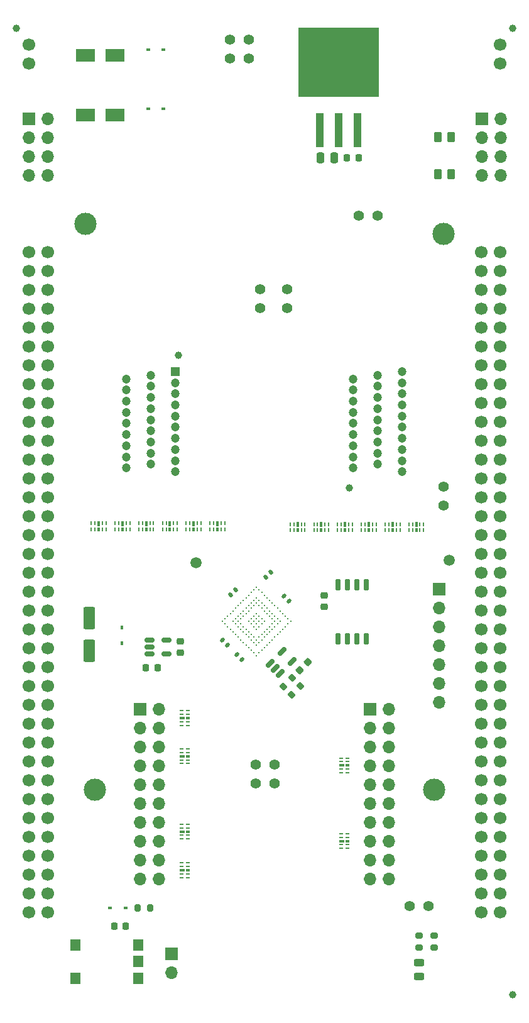
<source format=gbr>
%TF.GenerationSoftware,KiCad,Pcbnew,(6.0.8-1)-1*%
%TF.CreationDate,2022-10-19T15:00:50-05:00*%
%TF.ProjectId,NR1B-SQT56,4e523142-2d53-4515-9435-362e6b696361,rev?*%
%TF.SameCoordinates,Original*%
%TF.FileFunction,Soldermask,Top*%
%TF.FilePolarity,Negative*%
%FSLAX46Y46*%
G04 Gerber Fmt 4.6, Leading zero omitted, Abs format (unit mm)*
G04 Created by KiCad (PCBNEW (6.0.8-1)-1) date 2022-10-19 15:00:50*
%MOMM*%
%LPD*%
G01*
G04 APERTURE LIST*
G04 Aperture macros list*
%AMRoundRect*
0 Rectangle with rounded corners*
0 $1 Rounding radius*
0 $2 $3 $4 $5 $6 $7 $8 $9 X,Y pos of 4 corners*
0 Add a 4 corners polygon primitive as box body*
4,1,4,$2,$3,$4,$5,$6,$7,$8,$9,$2,$3,0*
0 Add four circle primitives for the rounded corners*
1,1,$1+$1,$2,$3*
1,1,$1+$1,$4,$5*
1,1,$1+$1,$6,$7*
1,1,$1+$1,$8,$9*
0 Add four rect primitives between the rounded corners*
20,1,$1+$1,$2,$3,$4,$5,0*
20,1,$1+$1,$4,$5,$6,$7,0*
20,1,$1+$1,$6,$7,$8,$9,0*
20,1,$1+$1,$8,$9,$2,$3,0*%
G04 Aperture macros list end*
%ADD10C,1.400000*%
%ADD11R,0.250000X0.625000*%
%ADD12R,0.450000X0.700000*%
%ADD13R,0.450000X0.575000*%
%ADD14R,0.625000X0.250000*%
%ADD15R,0.700000X0.450000*%
%ADD16R,0.575000X0.450000*%
%ADD17R,1.700000X1.700000*%
%ADD18O,1.700000X1.700000*%
%ADD19RoundRect,0.225000X-0.250000X0.225000X-0.250000X-0.225000X0.250000X-0.225000X0.250000X0.225000X0*%
%ADD20RoundRect,0.225000X-0.225000X-0.250000X0.225000X-0.250000X0.225000X0.250000X-0.225000X0.250000X0*%
%ADD21C,1.000000*%
%ADD22RoundRect,0.140000X-0.219203X-0.021213X-0.021213X-0.219203X0.219203X0.021213X0.021213X0.219203X0*%
%ADD23RoundRect,0.200000X-0.053033X0.335876X-0.335876X0.053033X0.053033X-0.335876X0.335876X-0.053033X0*%
%ADD24RoundRect,0.200000X-0.200000X-0.275000X0.200000X-0.275000X0.200000X0.275000X-0.200000X0.275000X0*%
%ADD25RoundRect,0.243750X0.456250X-0.243750X0.456250X0.243750X-0.456250X0.243750X-0.456250X-0.243750X0*%
%ADD26RoundRect,0.250000X0.262500X0.450000X-0.262500X0.450000X-0.262500X-0.450000X0.262500X-0.450000X0*%
%ADD27RoundRect,0.150000X-0.256326X-0.468458X0.468458X0.256326X0.256326X0.468458X-0.468458X-0.256326X0*%
%ADD28RoundRect,0.225000X-0.017678X0.335876X-0.335876X0.017678X0.017678X-0.335876X0.335876X-0.017678X0*%
%ADD29R,1.200000X1.200000*%
%ADD30C,1.200000*%
%ADD31RoundRect,0.225000X0.250000X-0.225000X0.250000X0.225000X-0.250000X0.225000X-0.250000X-0.225000X0*%
%ADD32RoundRect,0.225000X0.225000X0.250000X-0.225000X0.250000X-0.225000X-0.250000X0.225000X-0.250000X0*%
%ADD33RoundRect,0.200000X0.275000X-0.200000X0.275000X0.200000X-0.275000X0.200000X-0.275000X-0.200000X0*%
%ADD34R,2.500000X1.800000*%
%ADD35RoundRect,0.200000X0.053033X-0.335876X0.335876X-0.053033X-0.053033X0.335876X-0.335876X0.053033X0*%
%ADD36RoundRect,0.140000X0.021213X-0.219203X0.219203X-0.021213X-0.021213X0.219203X-0.219203X0.021213X0*%
%ADD37R,1.100000X4.600000*%
%ADD38R,10.800000X9.400000*%
%ADD39R,0.600000X0.450000*%
%ADD40C,1.500000*%
%ADD41C,3.000000*%
%ADD42C,1.700000*%
%ADD43R,1.397000X1.600200*%
%ADD44RoundRect,0.250000X0.550000X-1.250000X0.550000X1.250000X-0.550000X1.250000X-0.550000X-1.250000X0*%
%ADD45RoundRect,0.150000X0.150000X-0.650000X0.150000X0.650000X-0.150000X0.650000X-0.150000X-0.650000X0*%
%ADD46C,0.252500*%
%ADD47R,0.450000X0.600000*%
%ADD48RoundRect,0.250000X-0.250000X-0.475000X0.250000X-0.475000X0.250000X0.475000X-0.250000X0.475000X0*%
%ADD49RoundRect,0.150000X-0.512500X-0.150000X0.512500X-0.150000X0.512500X0.150000X-0.512500X0.150000X0*%
G04 APERTURE END LIST*
D10*
%TO.C,TP5*%
X97140000Y-144460000D03*
X97140000Y-147000000D03*
%TD*%
D11*
%TO.C,D14*%
X107600000Y-112112500D03*
X107100000Y-112112500D03*
D12*
X106600000Y-112150000D03*
D11*
X106100000Y-112112500D03*
X105600000Y-112112500D03*
X105600000Y-112887500D03*
X106100000Y-112887500D03*
D13*
X106600000Y-112912500D03*
D11*
X107100000Y-112887500D03*
X107600000Y-112887500D03*
%TD*%
D10*
%TO.C,TP6*%
X108420000Y-70610000D03*
X110960000Y-70610000D03*
%TD*%
D11*
%TO.C,D9*%
X84000000Y-112012500D03*
X83500000Y-112012500D03*
D12*
X83000000Y-112050000D03*
D11*
X82500000Y-112012500D03*
X82000000Y-112012500D03*
X82000000Y-112787500D03*
X82500000Y-112787500D03*
D13*
X83000000Y-112812500D03*
D11*
X83500000Y-112787500D03*
X84000000Y-112787500D03*
%TD*%
D14*
%TO.C,D23*%
X84612500Y-152500000D03*
X84612500Y-153000000D03*
D15*
X84650000Y-153500000D03*
D14*
X84612500Y-154000000D03*
X84612500Y-154500000D03*
X85387500Y-154500000D03*
X85387500Y-154000000D03*
D16*
X85412500Y-153500000D03*
D14*
X85387500Y-153000000D03*
X85387500Y-152500000D03*
%TD*%
D17*
%TO.C,J1*%
X125000000Y-57510000D03*
D18*
X127540000Y-57510000D03*
X125000000Y-60050000D03*
X127540000Y-60050000D03*
X125000000Y-62590000D03*
X127540000Y-62590000D03*
X125000000Y-65130000D03*
X127540000Y-65130000D03*
%TD*%
D19*
%TO.C,C7*%
X84360000Y-127885000D03*
X84360000Y-129435000D03*
%TD*%
D20*
%TO.C,C6*%
X79785000Y-131460000D03*
X81335000Y-131460000D03*
%TD*%
D21*
%TO.C,FID1*%
X62300000Y-45300000D03*
%TD*%
D11*
%TO.C,D7*%
X77600000Y-112012500D03*
X77100000Y-112012500D03*
D12*
X76600000Y-112050000D03*
D11*
X76100000Y-112012500D03*
X75600000Y-112012500D03*
X75600000Y-112787500D03*
X76100000Y-112787500D03*
D13*
X76600000Y-112812500D03*
D11*
X77100000Y-112787500D03*
X77600000Y-112787500D03*
%TD*%
%TO.C,D13*%
X104400000Y-112112500D03*
X103900000Y-112112500D03*
D12*
X103400000Y-112150000D03*
D11*
X102900000Y-112112500D03*
X102400000Y-112112500D03*
X102400000Y-112887500D03*
X102900000Y-112887500D03*
D13*
X103400000Y-112912500D03*
D11*
X103900000Y-112887500D03*
X104400000Y-112887500D03*
%TD*%
D22*
%TO.C,C18*%
X90054490Y-127705679D03*
X90733312Y-128384501D03*
%TD*%
D14*
%TO.C,D21*%
X84612500Y-137200000D03*
X84612500Y-137700000D03*
D15*
X84650000Y-138200000D03*
D14*
X84612500Y-138700000D03*
X84612500Y-139200000D03*
X85387500Y-139200000D03*
X85387500Y-138700000D03*
D16*
X85412500Y-138200000D03*
D14*
X85387500Y-137700000D03*
X85387500Y-137200000D03*
%TD*%
D23*
%TO.C,R10*%
X99476687Y-132793312D03*
X98309961Y-133960038D03*
%TD*%
D22*
%TO.C,C23*%
X91984891Y-129636081D03*
X92663713Y-130314903D03*
%TD*%
D11*
%TO.C,D10*%
X87200000Y-112012500D03*
X86700000Y-112012500D03*
D12*
X86200000Y-112050000D03*
D11*
X85700000Y-112012500D03*
X85200000Y-112012500D03*
X85200000Y-112787500D03*
X85700000Y-112787500D03*
D13*
X86200000Y-112812500D03*
D11*
X86700000Y-112787500D03*
X87200000Y-112787500D03*
%TD*%
D17*
%TO.C,J2*%
X63960000Y-57510000D03*
D18*
X66500000Y-57510000D03*
X63960000Y-60050000D03*
X66500000Y-60050000D03*
X63960000Y-62590000D03*
X66500000Y-62590000D03*
X63960000Y-65130000D03*
X66500000Y-65130000D03*
%TD*%
D14*
%TO.C,D27*%
X106112500Y-143600000D03*
X106112500Y-144100000D03*
D15*
X106150000Y-144600000D03*
D14*
X106112500Y-145100000D03*
X106112500Y-145600000D03*
X106887500Y-145600000D03*
X106887500Y-145100000D03*
D16*
X106912500Y-144600000D03*
D14*
X106887500Y-144100000D03*
X106887500Y-143600000D03*
%TD*%
D11*
%TO.C,D6*%
X74400000Y-112012500D03*
X73900000Y-112012500D03*
D12*
X73400000Y-112050000D03*
D11*
X72900000Y-112012500D03*
X72400000Y-112012500D03*
X72400000Y-112787500D03*
X72900000Y-112787500D03*
D13*
X73400000Y-112812500D03*
D11*
X73900000Y-112787500D03*
X74400000Y-112787500D03*
%TD*%
D10*
%TO.C,TP9*%
X117850000Y-163550000D03*
X115310000Y-163550000D03*
%TD*%
D24*
%TO.C,R11*%
X78675000Y-163750000D03*
X80325000Y-163750000D03*
%TD*%
D25*
%TO.C,D19*%
X116600000Y-172987500D03*
X116600000Y-171112500D03*
%TD*%
D17*
%TO.C,JP1*%
X83250000Y-169975000D03*
D18*
X83250000Y-172515000D03*
%TD*%
D26*
%TO.C,R4*%
X120912500Y-60000000D03*
X119087500Y-60000000D03*
%TD*%
D27*
%TO.C,Y1*%
X96506485Y-130856194D03*
X97178236Y-131527945D03*
X97849987Y-132199696D03*
X99458655Y-130591028D03*
X98115153Y-129247526D03*
%TD*%
D28*
%TO.C,C15*%
X101598008Y-130671992D03*
X100501992Y-131768008D03*
%TD*%
D21*
%TO.C,U6*%
X84184258Y-89374258D03*
X107184258Y-107224258D03*
D29*
X83694258Y-91549258D03*
D30*
X80394258Y-92049258D03*
X77094258Y-92549258D03*
X83694258Y-93049258D03*
X80394258Y-93549258D03*
X77094258Y-94049258D03*
X83694258Y-94549258D03*
X80394258Y-95049258D03*
X77094258Y-95549258D03*
X83694258Y-96049258D03*
X80394258Y-96549258D03*
X77094258Y-97049258D03*
X83694258Y-97549258D03*
X80394258Y-98049258D03*
X77094258Y-98549258D03*
X83694258Y-99049258D03*
X80394258Y-99549258D03*
X77094258Y-100049258D03*
X83694258Y-100549258D03*
X80394258Y-101049258D03*
X77094258Y-101549258D03*
X83694258Y-102049258D03*
X80394258Y-102549258D03*
X77094258Y-103049258D03*
X83694258Y-103549258D03*
X80394258Y-104049258D03*
X77094258Y-104549258D03*
X83694258Y-105049258D03*
X114274258Y-105049258D03*
X107674258Y-104549258D03*
X110974258Y-104049258D03*
X114274258Y-103549258D03*
X107674258Y-103049258D03*
X110974258Y-102549258D03*
X114274258Y-102049258D03*
X107674258Y-101549258D03*
X110974258Y-101049258D03*
X114274258Y-100549258D03*
X107674258Y-100049258D03*
X110974258Y-99549258D03*
X114274258Y-99049258D03*
X107674258Y-98549258D03*
X110974258Y-98049258D03*
X114274258Y-97549258D03*
X107674258Y-97049258D03*
X110974258Y-96549258D03*
X114274258Y-96049258D03*
X107674258Y-95549258D03*
X110974258Y-95049258D03*
X114274258Y-94549258D03*
X107674258Y-94049258D03*
X110974258Y-93549258D03*
X114274258Y-93049258D03*
X107674258Y-92549258D03*
X110974258Y-92049258D03*
X114274258Y-91549258D03*
%TD*%
D21*
%TO.C,FID3*%
X129200000Y-175500000D03*
%TD*%
D31*
%TO.C,C16*%
X103790000Y-123215000D03*
X103790000Y-121665000D03*
%TD*%
D32*
%TO.C,C5*%
X108425000Y-62800000D03*
X106875000Y-62800000D03*
%TD*%
D14*
%TO.C,D24*%
X84612500Y-157700000D03*
X84612500Y-158200000D03*
D15*
X84650000Y-158700000D03*
D14*
X84612500Y-159200000D03*
X84612500Y-159700000D03*
X85387500Y-159700000D03*
X85387500Y-159200000D03*
D16*
X85412500Y-158700000D03*
D14*
X85387500Y-158200000D03*
X85387500Y-157700000D03*
%TD*%
D32*
%TO.C,C17*%
X77025000Y-166250000D03*
X75475000Y-166250000D03*
%TD*%
D33*
%TO.C,R9*%
X118600000Y-169125000D03*
X118600000Y-167475000D03*
%TD*%
D34*
%TO.C,D2*%
X75600000Y-57000000D03*
X71600000Y-57000000D03*
%TD*%
D35*
%TO.C,R8*%
X99405977Y-135056054D03*
X100572703Y-133889328D03*
%TD*%
D36*
%TO.C,C19*%
X91150505Y-121645774D03*
X91829327Y-120966952D03*
%TD*%
D37*
%TO.C,U3*%
X103210000Y-59025000D03*
X105750000Y-59025000D03*
D38*
X105750000Y-49875000D03*
D37*
X108290000Y-59025000D03*
%TD*%
D14*
%TO.C,D22*%
X84612500Y-142350000D03*
X84612500Y-142850000D03*
D15*
X84650000Y-143350000D03*
D14*
X84612500Y-143850000D03*
X84612500Y-144350000D03*
X85387500Y-144350000D03*
X85387500Y-143850000D03*
D16*
X85412500Y-143350000D03*
D14*
X85387500Y-142850000D03*
X85387500Y-142350000D03*
%TD*%
D33*
%TO.C,R7*%
X116600000Y-169125000D03*
X116600000Y-167475000D03*
%TD*%
D11*
%TO.C,D11*%
X90400000Y-112000000D03*
X89900000Y-112000000D03*
D12*
X89400000Y-112037500D03*
D11*
X88900000Y-112000000D03*
X88400000Y-112000000D03*
X88400000Y-112775000D03*
X88900000Y-112775000D03*
D13*
X89400000Y-112800000D03*
D11*
X89900000Y-112775000D03*
X90400000Y-112775000D03*
%TD*%
D10*
%TO.C,TP8*%
X119900000Y-109580000D03*
X119900000Y-107040000D03*
%TD*%
D14*
%TO.C,D28*%
X106112500Y-153775000D03*
X106112500Y-154275000D03*
D15*
X106150000Y-154775000D03*
D14*
X106112500Y-155275000D03*
X106112500Y-155775000D03*
X106887500Y-155775000D03*
X106887500Y-155275000D03*
D16*
X106912500Y-154775000D03*
D14*
X106887500Y-154275000D03*
X106887500Y-153775000D03*
%TD*%
D17*
%TO.C,J4*%
X79000000Y-137000000D03*
D18*
X81540000Y-137000000D03*
X79000000Y-139540000D03*
X81540000Y-139540000D03*
X79000000Y-142080000D03*
X81540000Y-142080000D03*
X79000000Y-144620000D03*
X81540000Y-144620000D03*
X79000000Y-147160000D03*
X81540000Y-147160000D03*
X79000000Y-149700000D03*
X81540000Y-149700000D03*
X79000000Y-152240000D03*
X81540000Y-152240000D03*
X79000000Y-154780000D03*
X81540000Y-154780000D03*
X79000000Y-157320000D03*
X81540000Y-157320000D03*
X79000000Y-159860000D03*
X81540000Y-159860000D03*
%TD*%
D11*
%TO.C,D12*%
X101200000Y-112112500D03*
X100700000Y-112112500D03*
D12*
X100200000Y-112150000D03*
D11*
X99700000Y-112112500D03*
X99200000Y-112112500D03*
X99200000Y-112887500D03*
X99700000Y-112887500D03*
D13*
X100200000Y-112912500D03*
D11*
X100700000Y-112887500D03*
X101200000Y-112887500D03*
%TD*%
D10*
%TO.C,TP4*%
X91100000Y-49400000D03*
X93640000Y-49400000D03*
%TD*%
D17*
%TO.C,J3*%
X119300000Y-120900000D03*
D18*
X119300000Y-123440000D03*
X119300000Y-125980000D03*
X119300000Y-128520000D03*
X119300000Y-131060000D03*
X119300000Y-133600000D03*
X119300000Y-136140000D03*
%TD*%
D10*
%TO.C,TP7*%
X94600000Y-147000000D03*
X94600000Y-144460000D03*
%TD*%
D39*
%TO.C,D20*%
X74950000Y-163750000D03*
X77050000Y-163750000D03*
%TD*%
D40*
%TO.C,TP10*%
X120600000Y-117000000D03*
%TD*%
D10*
%TO.C,TP2*%
X98775000Y-83000000D03*
X98775000Y-80460000D03*
%TD*%
D11*
%TO.C,D8*%
X80800000Y-112012500D03*
X80300000Y-112012500D03*
D12*
X79800000Y-112050000D03*
D11*
X79300000Y-112012500D03*
X78800000Y-112012500D03*
X78800000Y-112787500D03*
X79300000Y-112787500D03*
D13*
X79800000Y-112812500D03*
D11*
X80300000Y-112787500D03*
X80800000Y-112787500D03*
%TD*%
D10*
%TO.C,TP1*%
X95150000Y-80460000D03*
X95150000Y-83000000D03*
%TD*%
D11*
%TO.C,D15*%
X117200000Y-112112500D03*
X116700000Y-112112500D03*
D12*
X116200000Y-112150000D03*
D11*
X115700000Y-112112500D03*
X115200000Y-112112500D03*
X115200000Y-112887500D03*
X115700000Y-112887500D03*
D13*
X116200000Y-112912500D03*
D11*
X116700000Y-112887500D03*
X117200000Y-112887500D03*
%TD*%
D26*
%TO.C,R3*%
X120912500Y-65000000D03*
X119087500Y-65000000D03*
%TD*%
D22*
%TO.C,C25*%
X98348852Y-121773053D03*
X99027674Y-122451875D03*
%TD*%
D39*
%TO.C,D4*%
X80050000Y-56200000D03*
X82150000Y-56200000D03*
%TD*%
D41*
%TO.C,X1*%
X119900000Y-73000000D03*
X71620000Y-71690000D03*
X118600000Y-147900000D03*
X72890000Y-147890000D03*
D42*
X64000000Y-75500000D03*
X66540000Y-75500000D03*
X64000000Y-78040000D03*
X66540000Y-78040000D03*
X64000000Y-80580000D03*
X66540000Y-80580000D03*
X64000000Y-83120000D03*
X66540000Y-83120000D03*
X64000000Y-85660000D03*
X66540000Y-85660000D03*
X64000000Y-88200000D03*
X66540000Y-88200000D03*
X64000000Y-90740000D03*
X66540000Y-90740000D03*
X64000000Y-93280000D03*
X66540000Y-93280000D03*
X64000000Y-95820000D03*
X66540000Y-95820000D03*
X64000000Y-98360000D03*
X66540000Y-98360000D03*
X64000000Y-100900000D03*
X66540000Y-100900000D03*
X64000000Y-103440000D03*
X66540000Y-103440000D03*
X64000000Y-105980000D03*
X66540000Y-105980000D03*
X64000000Y-108520000D03*
X66540000Y-108520000D03*
X64000000Y-111060000D03*
X66540000Y-111060000D03*
X64000000Y-113600000D03*
X66540000Y-113600000D03*
X64000000Y-116140000D03*
X66540000Y-116140000D03*
X64000000Y-118680000D03*
X66540000Y-118680000D03*
X64000000Y-121220000D03*
X66540000Y-121220000D03*
X64000000Y-123760000D03*
X66540000Y-123760000D03*
X64000000Y-126300000D03*
X66540000Y-126300000D03*
X64000000Y-128840000D03*
X66540000Y-128840000D03*
X64000000Y-131380000D03*
X66540000Y-131380000D03*
X64000000Y-133920000D03*
X66540000Y-133920000D03*
X64000000Y-136460000D03*
X66540000Y-136460000D03*
X64000000Y-139000000D03*
X66540000Y-139000000D03*
X64000000Y-141540000D03*
X66540000Y-141540000D03*
X64000000Y-144080000D03*
X66540000Y-144080000D03*
X64000000Y-146620000D03*
X66540000Y-146620000D03*
X64000000Y-149160000D03*
X66540000Y-149160000D03*
X64000000Y-151700000D03*
X66540000Y-151700000D03*
X64000000Y-154240000D03*
X66540000Y-154240000D03*
X64000000Y-156780000D03*
X66540000Y-156780000D03*
X64000000Y-159320000D03*
X66540000Y-159320000D03*
X64000000Y-161860000D03*
X66540000Y-161860000D03*
X64000000Y-164400000D03*
X66540000Y-164400000D03*
X124960000Y-75500000D03*
X127500000Y-75500000D03*
X124960000Y-78040000D03*
X127500000Y-78040000D03*
X124960000Y-80580000D03*
X127500000Y-80580000D03*
X124960000Y-83120000D03*
X127500000Y-83120000D03*
X124960000Y-85660000D03*
X127500000Y-85660000D03*
X124960000Y-88200000D03*
X127500000Y-88200000D03*
X124960000Y-90740000D03*
X127500000Y-90740000D03*
X124960000Y-93280000D03*
X127500000Y-93280000D03*
X124960000Y-95820000D03*
X127500000Y-95820000D03*
X124960000Y-98360000D03*
X127500000Y-98360000D03*
X124960000Y-100900000D03*
X127500000Y-100900000D03*
X124960000Y-103440000D03*
X127500000Y-103440000D03*
X124960000Y-105980000D03*
X127500000Y-105980000D03*
X124960000Y-108520000D03*
X127500000Y-108520000D03*
X124960000Y-111060000D03*
X127500000Y-111060000D03*
X124960000Y-113600000D03*
X127500000Y-113600000D03*
X124960000Y-116140000D03*
X127500000Y-116140000D03*
X124960000Y-118680000D03*
X127500000Y-118680000D03*
X124960000Y-121220000D03*
X127500000Y-121220000D03*
X124960000Y-123760000D03*
X127500000Y-123760000D03*
X124960000Y-126300000D03*
X127500000Y-126300000D03*
X124960000Y-128840000D03*
X127500000Y-128840000D03*
X124960000Y-131380000D03*
X127500000Y-131380000D03*
X124960000Y-133920000D03*
X127500000Y-133920000D03*
X124960000Y-136460000D03*
X127500000Y-136460000D03*
X124960000Y-139000000D03*
X127500000Y-139000000D03*
X124960000Y-141540000D03*
X127500000Y-141540000D03*
X124960000Y-144080000D03*
X127500000Y-144080000D03*
X124960000Y-146620000D03*
X127500000Y-146620000D03*
X124960000Y-149160000D03*
X127500000Y-149160000D03*
X124960000Y-151700000D03*
X127500000Y-151700000D03*
X124960000Y-154240000D03*
X127500000Y-154240000D03*
X124960000Y-156780000D03*
X127500000Y-156780000D03*
X124960000Y-159320000D03*
X127500000Y-159320000D03*
X124960000Y-161860000D03*
X127500000Y-161860000D03*
X124960000Y-164400000D03*
X127500000Y-164400000D03*
X64000000Y-47560000D03*
X64000000Y-50100000D03*
X127500000Y-47560000D03*
X127500000Y-50100000D03*
%TD*%
D43*
%TO.C,SW1*%
X70296300Y-168752100D03*
X70296300Y-173247900D03*
X78703700Y-168752100D03*
X78703700Y-173247900D03*
X78703700Y-171000000D03*
%TD*%
D44*
%TO.C,C4*%
X72130000Y-129160000D03*
X72130000Y-124760000D03*
%TD*%
D10*
%TO.C,TP3*%
X91100000Y-46860000D03*
X93640000Y-46860000D03*
%TD*%
D40*
%TO.C,TP11*%
X86500000Y-117300000D03*
%TD*%
D39*
%TO.C,D3*%
X82150000Y-48200000D03*
X80050000Y-48200000D03*
%TD*%
D36*
%TO.C,C27*%
X95881178Y-119248822D03*
X96560000Y-118570000D03*
%TD*%
D11*
%TO.C,D17*%
X114000000Y-112112500D03*
X113500000Y-112112500D03*
D12*
X113000000Y-112150000D03*
D11*
X112500000Y-112112500D03*
X112000000Y-112112500D03*
X112000000Y-112887500D03*
X112500000Y-112887500D03*
D13*
X113000000Y-112912500D03*
D11*
X113500000Y-112887500D03*
X114000000Y-112887500D03*
%TD*%
D45*
%TO.C,U8*%
X105675000Y-127510000D03*
X106945000Y-127510000D03*
X108215000Y-127510000D03*
X109485000Y-127510000D03*
X109485000Y-120310000D03*
X108215000Y-120310000D03*
X106945000Y-120310000D03*
X105675000Y-120310000D03*
%TD*%
D11*
%TO.C,D16*%
X110800000Y-112112500D03*
X110300000Y-112112500D03*
D12*
X109800000Y-112150000D03*
D11*
X109300000Y-112112500D03*
X108800000Y-112112500D03*
X108800000Y-112887500D03*
X109300000Y-112887500D03*
D13*
X109800000Y-112912500D03*
D11*
X110300000Y-112887500D03*
X110800000Y-112887500D03*
%TD*%
D17*
%TO.C,J5*%
X109950000Y-137000000D03*
D18*
X112490000Y-137000000D03*
X109950000Y-139540000D03*
X112490000Y-139540000D03*
X109950000Y-142080000D03*
X112490000Y-142080000D03*
X109950000Y-144620000D03*
X112490000Y-144620000D03*
X109950000Y-147160000D03*
X112490000Y-147160000D03*
X109950000Y-149700000D03*
X112490000Y-149700000D03*
X109950000Y-152240000D03*
X112490000Y-152240000D03*
X109950000Y-154780000D03*
X112490000Y-154780000D03*
X109950000Y-157320000D03*
X112490000Y-157320000D03*
X109950000Y-159860000D03*
X112490000Y-159860000D03*
%TD*%
D21*
%TO.C,FID2*%
X129200000Y-45300000D03*
%TD*%
D34*
%TO.C,D1*%
X71600000Y-49000000D03*
X75600000Y-49000000D03*
%TD*%
D46*
%TO.C,U7*%
X90072167Y-125206056D03*
X90425720Y-124852503D03*
X90779274Y-124498949D03*
X91132827Y-124145396D03*
X91486380Y-123791842D03*
X91839934Y-123438289D03*
X92193487Y-123084736D03*
X92547041Y-122731182D03*
X92900594Y-122377629D03*
X93254147Y-122024075D03*
X93607701Y-121670522D03*
X93961254Y-121316969D03*
X94314808Y-120963415D03*
X94668361Y-120609862D03*
X90425720Y-125559609D03*
X95021914Y-120963415D03*
X90779274Y-125913163D03*
X91486380Y-125206056D03*
X91839934Y-124852503D03*
X92193487Y-124498949D03*
X92547041Y-124145396D03*
X92900594Y-123791842D03*
X93254147Y-123438289D03*
X93607701Y-123084736D03*
X93961254Y-122731182D03*
X94314808Y-122377629D03*
X94668361Y-122024075D03*
X95375468Y-121316969D03*
X91132827Y-126266716D03*
X91839934Y-125559609D03*
X92193487Y-125206056D03*
X92547041Y-124852503D03*
X92900594Y-124498949D03*
X93254147Y-124145396D03*
X93607701Y-123791842D03*
X93961254Y-123438289D03*
X94314808Y-123084736D03*
X94668361Y-122731182D03*
X95021914Y-122377629D03*
X95729021Y-121670522D03*
X91486380Y-126620270D03*
X92193487Y-125913163D03*
X92547041Y-125559609D03*
X95021914Y-123084736D03*
X95375468Y-122731182D03*
X96082575Y-122024075D03*
X91839934Y-126973823D03*
X92547041Y-126266716D03*
X92900594Y-125913163D03*
X93607701Y-125206056D03*
X93961254Y-124852503D03*
X94314808Y-124498949D03*
X94668361Y-124145396D03*
X95375468Y-123438289D03*
X95729021Y-123084736D03*
X96436128Y-122377629D03*
X92193487Y-127327376D03*
X92900594Y-126620270D03*
X93254147Y-126266716D03*
X93961254Y-125559609D03*
X94314808Y-125206056D03*
X94668361Y-124852503D03*
X95021914Y-124498949D03*
X95729021Y-123791842D03*
X96082575Y-123438289D03*
X96789681Y-122731182D03*
X92547041Y-127680930D03*
X93254147Y-126973823D03*
X93607701Y-126620270D03*
X94314808Y-125913163D03*
X94668361Y-125559609D03*
X95021914Y-125206056D03*
X95375468Y-124852503D03*
X96082575Y-124145396D03*
X96436128Y-123791842D03*
X97143235Y-123084736D03*
X92900594Y-128034483D03*
X93607701Y-127327376D03*
X93961254Y-126973823D03*
X94668361Y-126266716D03*
X95021914Y-125913163D03*
X95375468Y-125559609D03*
X95729021Y-125206056D03*
X96436128Y-124498949D03*
X96789681Y-124145396D03*
X97496788Y-123438289D03*
X93254147Y-128388037D03*
X93961254Y-127680930D03*
X94314808Y-127327376D03*
X96789681Y-124852503D03*
X97143235Y-124498949D03*
X97850342Y-123791842D03*
X93607701Y-128741590D03*
X94314808Y-128034483D03*
X94668361Y-127680930D03*
X95021914Y-127327376D03*
X95375468Y-126973823D03*
X95729021Y-126620270D03*
X96082575Y-126266716D03*
X96436128Y-125913163D03*
X96789681Y-125559609D03*
X97143235Y-125206056D03*
X97496788Y-124852503D03*
X98203895Y-124145396D03*
X93961254Y-129095143D03*
X94668361Y-128388037D03*
X95021914Y-128034483D03*
X95375468Y-127680930D03*
X95729021Y-127327376D03*
X96082575Y-126973823D03*
X96436128Y-126620270D03*
X96789681Y-126266716D03*
X97143235Y-125913163D03*
X97496788Y-125559609D03*
X97850342Y-125206056D03*
X98557448Y-124498949D03*
X94314808Y-129448697D03*
X98911002Y-124852503D03*
X94668361Y-129802250D03*
X95021914Y-129448697D03*
X95375468Y-129095143D03*
X95729021Y-128741590D03*
X96082575Y-128388037D03*
X96436128Y-128034483D03*
X96789681Y-127680930D03*
X97143235Y-127327376D03*
X97496788Y-126973823D03*
X97850342Y-126620270D03*
X98203895Y-126266716D03*
X98557448Y-125913163D03*
X98911002Y-125559609D03*
X99264555Y-125206056D03*
%TD*%
D47*
%TO.C,D5*%
X76530000Y-128110000D03*
X76530000Y-126010000D03*
%TD*%
D48*
%TO.C,C1*%
X103250000Y-62800000D03*
X105150000Y-62800000D03*
%TD*%
D49*
%TO.C,U4*%
X80222500Y-127710000D03*
X80222500Y-128660000D03*
X80222500Y-129610000D03*
X82497500Y-129610000D03*
X82497500Y-127710000D03*
%TD*%
M02*

</source>
